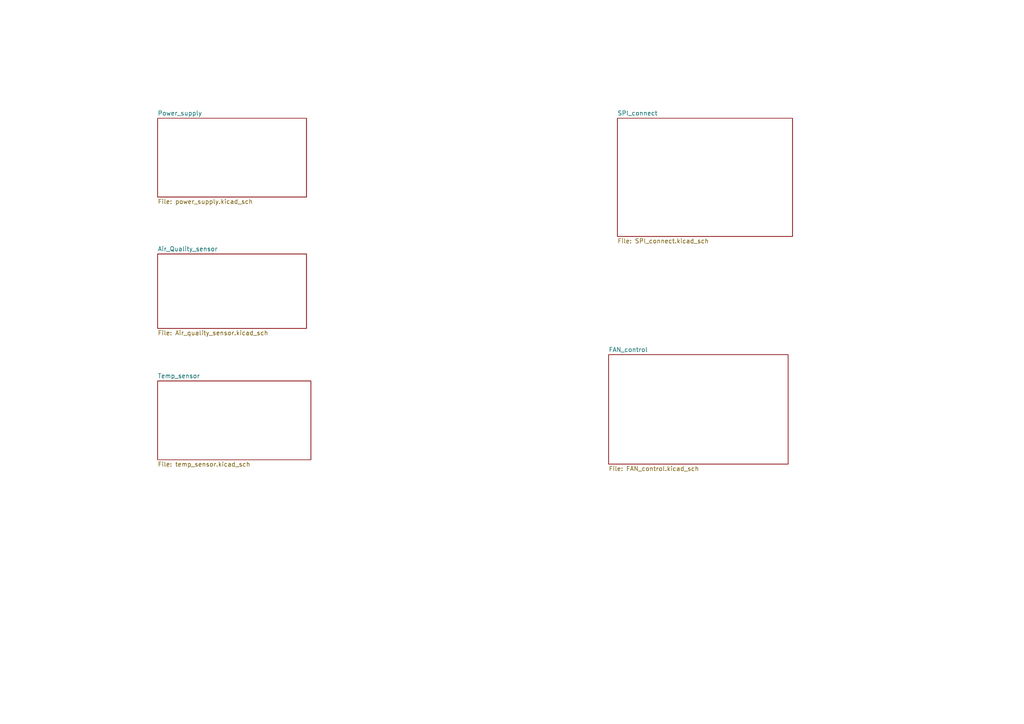
<source format=kicad_sch>
(kicad_sch (version 20211123) (generator eeschema)
  (paper "A4")
  (lib_symbols)
  (sheet (at 179.07 34.29) (size 50.8 34.29) (stroke (width 0.1524))
    (property "Sheet name" "SPI_connect" (at 179.07 33.5784 0) (effects (justify left bottom)))
    (property "Sheet file" "SPI_connect.kicad_sch" (at 179.07 69.1646 0) (effects (justify left top)))
  )
  (sheet (at 45.72 34.29) (size 43.18 22.86) (stroke (width 0.1524))
    (property "Sheet name" "Power_supply" (at 45.72 33.5784 0) (effects (justify left bottom)))
    (property "Sheet file" "power_supply.kicad_sch" (at 45.72 57.7346 0) (effects (justify left top)))
  )
  (sheet (at 45.72 110.49) (size 44.45 22.86) (stroke (width 0.1524))
    (property "Sheet name" "Temp_sensor" (at 45.72 109.7784 0) (effects (justify left bottom)))
    (property "Sheet file" "temp_sensor.kicad_sch" (at 45.72 133.9346 0) (effects (justify left top)))
  )
  (sheet (at 176.53 102.87) (size 52.07 31.75) (stroke (width 0.1524))
    (property "Sheet name" "FAN_control" (at 176.53 102.1584 0) (effects (justify left bottom)))
    (property "Sheet file" "FAN_control.kicad_sch" (at 176.53 135.2046 0) (effects (justify left top)))
  )
  (sheet (at 45.72 73.66) (size 43.18 21.59) (stroke (width 0.1524))
    (property "Sheet name" "Air_Quality_sensor" (at 45.72 72.9484 0) (effects (justify left bottom)))
    (property "Sheet file" "Air_quality_sensor.kicad_sch" (at 45.72 95.8346 0) (effects (justify left top)))
  )
)
</source>
